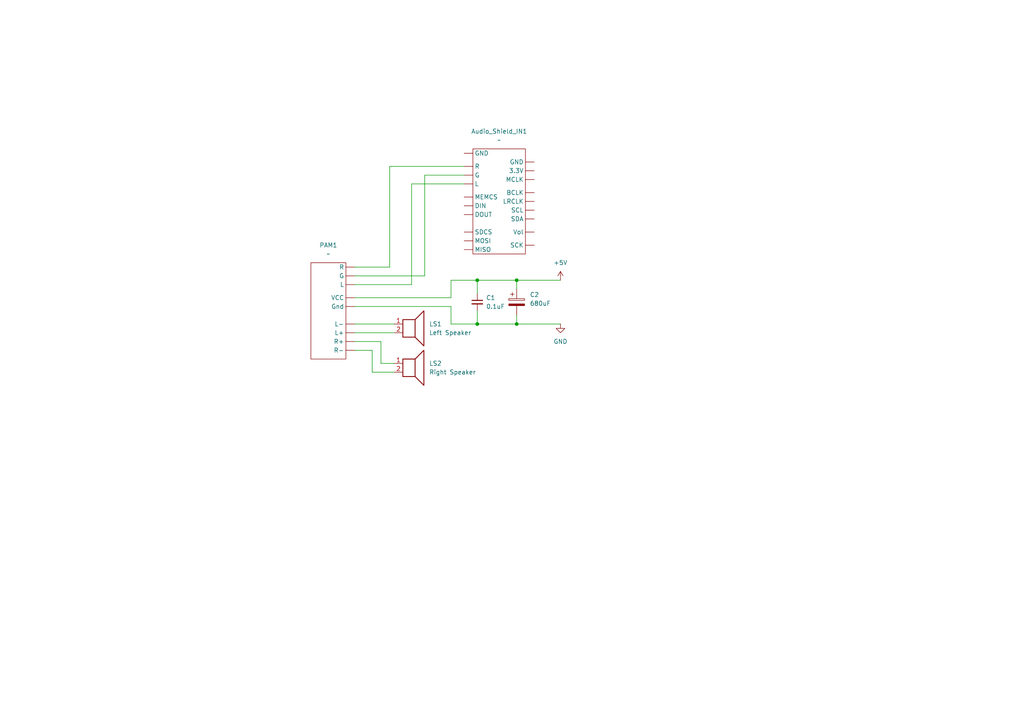
<source format=kicad_sch>
(kicad_sch (version 20250114) (generator "eeschema") (generator_version "9.0")
  (paper "A4")
  (lib_symbols
    (symbol "ALDRICH:AudioShield"
      (property "Reference" "Audio_Shield_IN" (at 0 -1.27 0))
      (symbol "AudioShield_0_1"
        (rectangle (start -7.62 -2.54) (end 7.62 -33.02))
      )
      (symbol "AudioShield_1_1"
        (pin power_in line (at -10.16 -3.81 0) (length 2.54) (name "GND") (number ""))
        (pin bidirectional line (at -10.16 -7.62 0) (length 2.54) (name "R") (number ""))
        (pin bidirectional line (at -10.16 -10.16 0) (length 2.54) (name "G") (number ""))
        (pin bidirectional line (at -10.16 -12.7 0) (length 2.54) (name "L") (number ""))
        (pin bidirectional line (at -10.16 -16.51 0) (length 2.54) (name "MEMCS") (number ""))
        (pin bidirectional line (at -10.16 -19.05 0) (length 2.54) (name "DIN") (number ""))
        (pin bidirectional line (at -10.16 -21.59 0) (length 2.54) (name "DOUT") (number ""))
        (pin bidirectional line (at -10.16 -26.67 0) (length 2.54) (name "SDCS") (number ""))
        (pin bidirectional line (at -10.16 -29.21 0) (length 2.54) (name "MOSI") (number ""))
        (pin bidirectional line (at -10.16 -31.75 0) (length 2.54) (name "MISO") (number ""))
        (pin power_in line (at 10.16 -6.35 180) (length 2.54) (name "GND") (number ""))
        (pin power_in line (at 10.16 -8.89 180) (length 2.54) (name "3.3V") (number ""))
        (pin bidirectional line (at 10.16 -11.43 180) (length 2.54) (name "MCLK") (number ""))
        (pin bidirectional line (at 10.16 -15.24 180) (length 2.54) (name "BCLK") (number ""))
        (pin bidirectional line (at 10.16 -17.78 180) (length 2.54) (name "LRCLK") (number ""))
        (pin bidirectional line (at 10.16 -20.32 180) (length 2.54) (name "SCL") (number ""))
        (pin bidirectional line (at 10.16 -22.86 180) (length 2.54) (name "SDA") (number ""))
        (pin bidirectional line (at 10.16 -26.67 180) (length 2.54) (name "Vol") (number ""))
        (pin bidirectional line (at 10.16 -30.48 180) (length 2.54) (name "SCK") (number ""))
      )
    )
    (symbol "ALDRICH:PAM8403_Amplifier"
      (property "Reference" "PAM8403" (at 0 -1.27 0))
      (symbol "PAM8403_Amplifier_0_1"
        (rectangle (start -5.08 -2.54) (end 5.08 -30.48))
      )
      (symbol "PAM8403_Amplifier_1_1"
        (pin input line (at 7.62 -3.81 180) (length 2.54) (name "R") (number ""))
        (pin input line (at 7.62 -6.35 180) (length 2.54) (name "G") (number ""))
        (pin input line (at 7.62 -8.89 180) (length 2.54) (name "L") (number ""))
        (pin power_in line (at 7.62 -12.7 180) (length 2.54) (name "VCC") (number ""))
        (pin power_in line (at 7.62 -15.24 180) (length 2.54) (name "Gnd") (number ""))
        (pin output line (at 7.62 -20.32 180) (length 2.54) (name "L-") (number ""))
        (pin output line (at 7.62 -22.86 180) (length 2.54) (name "L+") (number ""))
        (pin output line (at 7.62 -25.4 180) (length 2.54) (name "R+") (number ""))
        (pin output line (at 7.62 -27.94 180) (length 2.54) (name "R-") (number ""))
      )
    )
    (symbol "Device:C_Polarized" (pin_numbers (hide yes)) (pin_names (offset 0.254))
      (property "Reference" "C" (at 0.635 2.54 0))
      (property "Value" "C_Polarized" (at 0.635 -2.54 0))
      (symbol "C_Polarized_0_1"
        (rectangle (start -2.286 0.508) (end 2.286 1.016))
        (polyline (pts (xy -1.778 2.286) (xy -0.762 2.286)))
        (polyline (pts (xy -1.27 2.794) (xy -1.27 1.778)))
        (rectangle (start 2.286 -0.508) (end -2.286 -1.016) (fill (type outline)))
      )
      (symbol "C_Polarized_1_1"
        (pin passive line (at 0 3.81 270) (length 2.794) (name "~") (number "1"))
        (pin passive line (at 0 -3.81 90) (length 2.794) (name "~") (number "2"))
      )
    )
    (symbol "Device:C_Small" (pin_numbers (hide yes)) (pin_names (offset 0.254) (hide yes))
      (property "Reference" "C" (at 0.254 1.778 0))
      (property "Value" "C_Small" (at 0.254 -2.032 0))
      (symbol "C_Small_0_1"
        (polyline (pts (xy -1.524 0.508) (xy 1.524 0.508)) (stroke (width 0.3048)))
        (polyline (pts (xy -1.524 -0.508) (xy 1.524 -0.508)) (stroke (width 0.3302)))
      )
      (symbol "C_Small_1_1"
        (pin passive line (at 0 2.54 270) (length 2.032) (name "~") (number "1"))
        (pin passive line (at 0 -2.54 90) (length 2.032) (name "~") (number "2"))
      )
    )
    (symbol "Device:Speaker" (pin_names (offset 0) (hide yes))
      (property "Reference" "LS" (at 1.27 5.715 0))
      (property "Value" "Speaker" (at 1.27 3.81 0))
      (symbol "Speaker_0_0"
        (rectangle (start -2.54 1.27) (end 1.016 -3.81) (stroke (width 0.254)))
        (polyline (pts (xy 1.016 1.27) (xy 3.556 3.81) (xy 3.556 -6.35) (xy 1.016 -3.81)) (stroke (width 0.254)))
      )
      (symbol "Speaker_1_1"
        (pin input line (at -5.08 0 0) (length 2.54) (name "1") (number "1"))
        (pin input line (at -5.08 -2.54 0) (length 2.54) (name "2") (number "2"))
      )
    )
    (symbol "power:+5V" (power) (pin_numbers (hide yes)) (pin_names (offset 0) (hide yes))
      (property "Value" "+5V" (at 0 3.556 0))
      (symbol "+5V_0_1"
        (polyline (pts (xy -0.762 1.27) (xy 0 2.54)))
        (polyline (pts (xy 0 2.54) (xy 0.762 1.27)))
        (polyline (pts (xy 0 0) (xy 0 2.54)))
      )
      (symbol "+5V_1_1"
        (pin power_in line (at 0 0 90) (length 0) (name "~") (number "1"))
      )
    )
    (symbol "power:GND" (power) (pin_numbers (hide yes)) (pin_names (offset 0) (hide yes))
      (property "Value" "GND" (at 0 -3.81 0))
      (symbol "GND_0_1"
        (polyline (pts (xy 0 0) (xy 0 -1.27) (xy 1.27 -1.27) (xy 0 -2.54) (xy -1.27 -1.27) (xy 0 -1.27)))
      )
      (symbol "GND_1_1"
        (pin power_in line (at 0 0 270) (length 0) (name "~") (number "1"))
      )
    )
  )
  (junction (at 149.86 93.98))
  (junction (at 138.43 93.98))
  (junction (at 149.86 81.28))
  (junction (at 138.43 81.28))
  (wire (pts (xy 149.86 81.28) (xy 149.86 83.82)))
  (wire (pts (xy 149.86 93.98) (xy 162.56 93.98)))
  (wire (pts (xy 102.87 88.9) (xy 130.81 88.9)))
  (wire (pts (xy 123.19 50.8) (xy 123.19 80.01)))
  (wire (pts (xy 102.87 80.01) (xy 123.19 80.01)))
  (wire (pts (xy 138.43 90.17) (xy 138.43 93.98)))
  (wire (pts (xy 138.43 81.28) (xy 149.86 81.28)))
  (wire (pts (xy 102.87 82.55) (xy 119.38 82.55)))
  (wire (pts (xy 102.87 86.36) (xy 130.81 86.36)))
  (wire (pts (xy 138.43 81.28) (xy 138.43 85.09)))
  (wire (pts (xy 113.03 77.47) (xy 113.03 48.26)))
  (wire (pts (xy 130.81 81.28) (xy 138.43 81.28)))
  (wire (pts (xy 102.87 77.47) (xy 113.03 77.47)))
  (wire (pts (xy 119.38 82.55) (xy 119.38 53.34)))
  (wire (pts (xy 138.43 93.98) (xy 149.86 93.98)))
  (wire (pts (xy 102.87 99.06) (xy 110.49 99.06)))
  (wire (pts (xy 130.81 86.36) (xy 130.81 81.28)))
  (wire (pts (xy 102.87 101.6) (xy 107.95 101.6)))
  (wire (pts (xy 149.86 81.28) (xy 162.56 81.28)))
  (wire (pts (xy 134.62 50.8) (xy 123.19 50.8)))
  (wire (pts (xy 119.38 53.34) (xy 134.62 53.34)))
  (wire (pts (xy 149.86 91.44) (xy 149.86 93.98)))
  (wire (pts (xy 110.49 105.41) (xy 114.3 105.41)))
  (wire (pts (xy 113.03 48.26) (xy 134.62 48.26)))
  (wire (pts (xy 107.95 107.95) (xy 114.3 107.95)))
  (wire (pts (xy 107.95 101.6) (xy 107.95 107.95)))
  (wire (pts (xy 130.81 93.98) (xy 138.43 93.98)))
  (wire (pts (xy 102.87 93.98) (xy 114.3 93.98)))
  (wire (pts (xy 102.87 96.52) (xy 114.3 96.52)))
  (wire (pts (xy 130.81 88.9) (xy 130.81 93.98)))
  (wire (pts (xy 110.49 99.06) (xy 110.49 105.41)))
  (symbol (lib_id "power:+5V") (at 162.56 81.28 0) (unit 1)
    (property "Reference" "#PWR01" (effects (hide yes)))
    (property "Value" "+5V" (at 162.56 76.2 0))
    (property "Description" "Power symbol creates a global label with name \"+5V\"" (effects (hide yes)))
  )
  (symbol (lib_id "power:GND") (at 162.56 93.98 0) (unit 1)
    (property "Reference" "#PWR02" (effects (hide yes)))
    (property "Value" "GND" (at 162.56 99.06 0))
    (property "Description" "Power symbol creates a global label with name \"GND\" , ground" (effects (hide yes)))
  )
  (symbol (lib_id "ALDRICH:PAM8403_Amplifier") (at 95.25 73.66 0) (unit 1)
    (property "Reference" "PAM1" (at 95.25 71.12 0))
    (property "Value" "~" (at 95.25 73.66 0))
  )
  (symbol (lib_id "Device:Speaker") (at 119.38 93.98 0) (unit 1)
    (property "Reference" "LS1" (at 124.46 93.9799 0) (effects (justify left)))
    (property "Value" "Left Speaker" (at 124.46 96.5199 0) (effects (justify left)))
    (property "Description" "Speaker" (effects (hide yes)))
  )
  (symbol (lib_id "Device:C_Small") (at 138.43 87.63 0) (unit 1)
    (property "Reference" "C1" (at 140.97 86.3662 0) (effects (justify left)))
    (property "Value" "0.1uF" (at 140.97 88.9062 0) (effects (justify left)))
    (property "Description" "Unpolarized capacitor, small symbol" (effects (hide yes)))
  )
  (symbol (lib_id "Device:Speaker") (at 119.38 105.41 0) (unit 1)
    (property "Reference" "LS2" (at 124.46 105.4099 0) (effects (justify left)))
    (property "Value" "Right Speaker" (at 124.46 107.9499 0) (effects (justify left)))
    (property "Description" "Speaker" (effects (hide yes)))
  )
  (symbol (lib_id "Device:C_Polarized") (at 149.86 87.63 0) (unit 1)
    (property "Reference" "C2" (at 153.67 85.4709 0) (effects (justify left)))
    (property "Value" "680uF" (at 153.67 88.0109 0) (effects (justify left)))
    (property "Description" "Polarized capacitor" (effects (hide yes)))
  )
  (symbol (lib_id "ALDRICH:AudioShield") (at 144.78 40.64 0) (unit 1)
    (property "Reference" "Audio_Shield_IN1" (at 144.78 38.1 0))
    (property "Value" "~" (at 144.78 40.64 0))
  )
)
</source>
